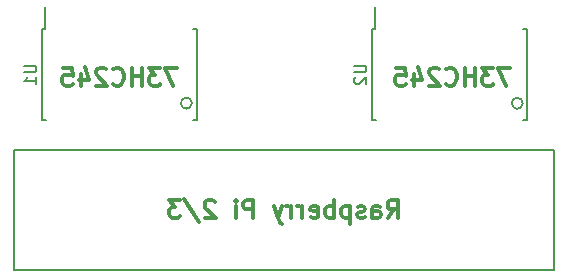
<source format=gbo>
G04 #@! TF.FileFunction,Legend,Bot*
%FSLAX46Y46*%
G04 Gerber Fmt 4.6, Leading zero omitted, Abs format (unit mm)*
G04 Created by KiCad (PCBNEW 4.0.7) date 03/27/18 21:51:39*
%MOMM*%
%LPD*%
G01*
G04 APERTURE LIST*
%ADD10C,0.100000*%
%ADD11C,0.200000*%
%ADD12C,0.300000*%
%ADD13C,0.150000*%
G04 APERTURE END LIST*
D10*
D11*
X145831173Y-105298627D02*
G75*
G03X145831173Y-105298627I-466973J0D01*
G01*
X173847373Y-105308400D02*
G75*
G03X173847373Y-105308400I-466973J0D01*
G01*
D12*
X162404913Y-115003971D02*
X162904913Y-114289686D01*
X163262056Y-115003971D02*
X163262056Y-113503971D01*
X162690628Y-113503971D01*
X162547770Y-113575400D01*
X162476342Y-113646829D01*
X162404913Y-113789686D01*
X162404913Y-114003971D01*
X162476342Y-114146829D01*
X162547770Y-114218257D01*
X162690628Y-114289686D01*
X163262056Y-114289686D01*
X161119199Y-115003971D02*
X161119199Y-114218257D01*
X161190628Y-114075400D01*
X161333485Y-114003971D01*
X161619199Y-114003971D01*
X161762056Y-114075400D01*
X161119199Y-114932543D02*
X161262056Y-115003971D01*
X161619199Y-115003971D01*
X161762056Y-114932543D01*
X161833485Y-114789686D01*
X161833485Y-114646829D01*
X161762056Y-114503971D01*
X161619199Y-114432543D01*
X161262056Y-114432543D01*
X161119199Y-114361114D01*
X160476342Y-114932543D02*
X160333485Y-115003971D01*
X160047770Y-115003971D01*
X159904913Y-114932543D01*
X159833485Y-114789686D01*
X159833485Y-114718257D01*
X159904913Y-114575400D01*
X160047770Y-114503971D01*
X160262056Y-114503971D01*
X160404913Y-114432543D01*
X160476342Y-114289686D01*
X160476342Y-114218257D01*
X160404913Y-114075400D01*
X160262056Y-114003971D01*
X160047770Y-114003971D01*
X159904913Y-114075400D01*
X159190627Y-114003971D02*
X159190627Y-115503971D01*
X159190627Y-114075400D02*
X159047770Y-114003971D01*
X158762056Y-114003971D01*
X158619199Y-114075400D01*
X158547770Y-114146829D01*
X158476341Y-114289686D01*
X158476341Y-114718257D01*
X158547770Y-114861114D01*
X158619199Y-114932543D01*
X158762056Y-115003971D01*
X159047770Y-115003971D01*
X159190627Y-114932543D01*
X157833484Y-115003971D02*
X157833484Y-113503971D01*
X157833484Y-114075400D02*
X157690627Y-114003971D01*
X157404913Y-114003971D01*
X157262056Y-114075400D01*
X157190627Y-114146829D01*
X157119198Y-114289686D01*
X157119198Y-114718257D01*
X157190627Y-114861114D01*
X157262056Y-114932543D01*
X157404913Y-115003971D01*
X157690627Y-115003971D01*
X157833484Y-114932543D01*
X155904913Y-114932543D02*
X156047770Y-115003971D01*
X156333484Y-115003971D01*
X156476341Y-114932543D01*
X156547770Y-114789686D01*
X156547770Y-114218257D01*
X156476341Y-114075400D01*
X156333484Y-114003971D01*
X156047770Y-114003971D01*
X155904913Y-114075400D01*
X155833484Y-114218257D01*
X155833484Y-114361114D01*
X156547770Y-114503971D01*
X155190627Y-115003971D02*
X155190627Y-114003971D01*
X155190627Y-114289686D02*
X155119199Y-114146829D01*
X155047770Y-114075400D01*
X154904913Y-114003971D01*
X154762056Y-114003971D01*
X154262056Y-115003971D02*
X154262056Y-114003971D01*
X154262056Y-114289686D02*
X154190628Y-114146829D01*
X154119199Y-114075400D01*
X153976342Y-114003971D01*
X153833485Y-114003971D01*
X153476342Y-114003971D02*
X153119199Y-115003971D01*
X152762057Y-114003971D02*
X153119199Y-115003971D01*
X153262057Y-115361114D01*
X153333485Y-115432543D01*
X153476342Y-115503971D01*
X151047771Y-115003971D02*
X151047771Y-113503971D01*
X150476343Y-113503971D01*
X150333485Y-113575400D01*
X150262057Y-113646829D01*
X150190628Y-113789686D01*
X150190628Y-114003971D01*
X150262057Y-114146829D01*
X150333485Y-114218257D01*
X150476343Y-114289686D01*
X151047771Y-114289686D01*
X149547771Y-115003971D02*
X149547771Y-114003971D01*
X149547771Y-113503971D02*
X149619200Y-113575400D01*
X149547771Y-113646829D01*
X149476343Y-113575400D01*
X149547771Y-113503971D01*
X149547771Y-113646829D01*
X147762057Y-113646829D02*
X147690628Y-113575400D01*
X147547771Y-113503971D01*
X147190628Y-113503971D01*
X147047771Y-113575400D01*
X146976342Y-113646829D01*
X146904914Y-113789686D01*
X146904914Y-113932543D01*
X146976342Y-114146829D01*
X147833485Y-115003971D01*
X146904914Y-115003971D01*
X145190629Y-113432543D02*
X146476343Y-115361114D01*
X144833485Y-113503971D02*
X143904914Y-113503971D01*
X144404914Y-114075400D01*
X144190628Y-114075400D01*
X144047771Y-114146829D01*
X143976342Y-114218257D01*
X143904914Y-114361114D01*
X143904914Y-114718257D01*
X143976342Y-114861114D01*
X144047771Y-114932543D01*
X144190628Y-115003971D01*
X144619200Y-115003971D01*
X144762057Y-114932543D01*
X144833485Y-114861114D01*
X144592856Y-102302571D02*
X143592856Y-102302571D01*
X144235713Y-103802571D01*
X143164285Y-102302571D02*
X142235714Y-102302571D01*
X142735714Y-102874000D01*
X142521428Y-102874000D01*
X142378571Y-102945429D01*
X142307142Y-103016857D01*
X142235714Y-103159714D01*
X142235714Y-103516857D01*
X142307142Y-103659714D01*
X142378571Y-103731143D01*
X142521428Y-103802571D01*
X142950000Y-103802571D01*
X143092857Y-103731143D01*
X143164285Y-103659714D01*
X141592857Y-103802571D02*
X141592857Y-102302571D01*
X141592857Y-103016857D02*
X140735714Y-103016857D01*
X140735714Y-103802571D02*
X140735714Y-102302571D01*
X139164285Y-103659714D02*
X139235714Y-103731143D01*
X139450000Y-103802571D01*
X139592857Y-103802571D01*
X139807142Y-103731143D01*
X139950000Y-103588286D01*
X140021428Y-103445429D01*
X140092857Y-103159714D01*
X140092857Y-102945429D01*
X140021428Y-102659714D01*
X139950000Y-102516857D01*
X139807142Y-102374000D01*
X139592857Y-102302571D01*
X139450000Y-102302571D01*
X139235714Y-102374000D01*
X139164285Y-102445429D01*
X138592857Y-102445429D02*
X138521428Y-102374000D01*
X138378571Y-102302571D01*
X138021428Y-102302571D01*
X137878571Y-102374000D01*
X137807142Y-102445429D01*
X137735714Y-102588286D01*
X137735714Y-102731143D01*
X137807142Y-102945429D01*
X138664285Y-103802571D01*
X137735714Y-103802571D01*
X136450000Y-102802571D02*
X136450000Y-103802571D01*
X136807143Y-102231143D02*
X137164286Y-103302571D01*
X136235714Y-103302571D01*
X134950000Y-102302571D02*
X135664286Y-102302571D01*
X135735715Y-103016857D01*
X135664286Y-102945429D01*
X135521429Y-102874000D01*
X135164286Y-102874000D01*
X135021429Y-102945429D01*
X134950000Y-103016857D01*
X134878572Y-103159714D01*
X134878572Y-103516857D01*
X134950000Y-103659714D01*
X135021429Y-103731143D01*
X135164286Y-103802571D01*
X135521429Y-103802571D01*
X135664286Y-103731143D01*
X135735715Y-103659714D01*
X172786856Y-102302571D02*
X171786856Y-102302571D01*
X172429713Y-103802571D01*
X171358285Y-102302571D02*
X170429714Y-102302571D01*
X170929714Y-102874000D01*
X170715428Y-102874000D01*
X170572571Y-102945429D01*
X170501142Y-103016857D01*
X170429714Y-103159714D01*
X170429714Y-103516857D01*
X170501142Y-103659714D01*
X170572571Y-103731143D01*
X170715428Y-103802571D01*
X171144000Y-103802571D01*
X171286857Y-103731143D01*
X171358285Y-103659714D01*
X169786857Y-103802571D02*
X169786857Y-102302571D01*
X169786857Y-103016857D02*
X168929714Y-103016857D01*
X168929714Y-103802571D02*
X168929714Y-102302571D01*
X167358285Y-103659714D02*
X167429714Y-103731143D01*
X167644000Y-103802571D01*
X167786857Y-103802571D01*
X168001142Y-103731143D01*
X168144000Y-103588286D01*
X168215428Y-103445429D01*
X168286857Y-103159714D01*
X168286857Y-102945429D01*
X168215428Y-102659714D01*
X168144000Y-102516857D01*
X168001142Y-102374000D01*
X167786857Y-102302571D01*
X167644000Y-102302571D01*
X167429714Y-102374000D01*
X167358285Y-102445429D01*
X166786857Y-102445429D02*
X166715428Y-102374000D01*
X166572571Y-102302571D01*
X166215428Y-102302571D01*
X166072571Y-102374000D01*
X166001142Y-102445429D01*
X165929714Y-102588286D01*
X165929714Y-102731143D01*
X166001142Y-102945429D01*
X166858285Y-103802571D01*
X165929714Y-103802571D01*
X164644000Y-102802571D02*
X164644000Y-103802571D01*
X165001143Y-102231143D02*
X165358286Y-103302571D01*
X164429714Y-103302571D01*
X163144000Y-102302571D02*
X163858286Y-102302571D01*
X163929715Y-103016857D01*
X163858286Y-102945429D01*
X163715429Y-102874000D01*
X163358286Y-102874000D01*
X163215429Y-102945429D01*
X163144000Y-103016857D01*
X163072572Y-103159714D01*
X163072572Y-103516857D01*
X163144000Y-103659714D01*
X163215429Y-103731143D01*
X163358286Y-103802571D01*
X163715429Y-103802571D01*
X163858286Y-103731143D01*
X163929715Y-103659714D01*
D13*
X130810000Y-109220000D02*
X130810000Y-119380000D01*
X130810000Y-119380000D02*
X176530000Y-119380000D01*
X176530000Y-119380000D02*
X176530000Y-109220000D01*
X176530000Y-109220000D02*
X130810000Y-109220000D01*
X133125000Y-98995000D02*
X133375000Y-98995000D01*
X133125000Y-106745000D02*
X133460000Y-106745000D01*
X146275000Y-106745000D02*
X145940000Y-106745000D01*
X146275000Y-98995000D02*
X145940000Y-98995000D01*
X133125000Y-98995000D02*
X133125000Y-106745000D01*
X146275000Y-98995000D02*
X146275000Y-106745000D01*
X133375000Y-98995000D02*
X133375000Y-97195000D01*
X161065000Y-98995000D02*
X161315000Y-98995000D01*
X161065000Y-106745000D02*
X161400000Y-106745000D01*
X174215000Y-106745000D02*
X173880000Y-106745000D01*
X174215000Y-98995000D02*
X173880000Y-98995000D01*
X161065000Y-98995000D02*
X161065000Y-106745000D01*
X174215000Y-98995000D02*
X174215000Y-106745000D01*
X161315000Y-98995000D02*
X161315000Y-97195000D01*
X131652381Y-102108095D02*
X132461905Y-102108095D01*
X132557143Y-102155714D01*
X132604762Y-102203333D01*
X132652381Y-102298571D01*
X132652381Y-102489048D01*
X132604762Y-102584286D01*
X132557143Y-102631905D01*
X132461905Y-102679524D01*
X131652381Y-102679524D01*
X132652381Y-103679524D02*
X132652381Y-103108095D01*
X132652381Y-103393809D02*
X131652381Y-103393809D01*
X131795238Y-103298571D01*
X131890476Y-103203333D01*
X131938095Y-103108095D01*
X159592381Y-102108095D02*
X160401905Y-102108095D01*
X160497143Y-102155714D01*
X160544762Y-102203333D01*
X160592381Y-102298571D01*
X160592381Y-102489048D01*
X160544762Y-102584286D01*
X160497143Y-102631905D01*
X160401905Y-102679524D01*
X159592381Y-102679524D01*
X159687619Y-103108095D02*
X159640000Y-103155714D01*
X159592381Y-103250952D01*
X159592381Y-103489048D01*
X159640000Y-103584286D01*
X159687619Y-103631905D01*
X159782857Y-103679524D01*
X159878095Y-103679524D01*
X160020952Y-103631905D01*
X160592381Y-103060476D01*
X160592381Y-103679524D01*
M02*

</source>
